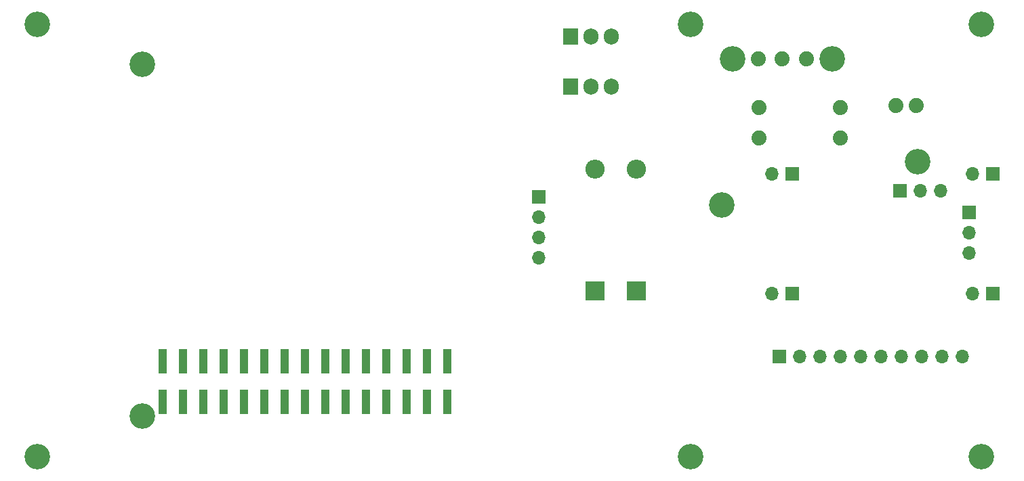
<source format=gbr>
G04 #@! TF.GenerationSoftware,KiCad,Pcbnew,5.99.0-unknown-da005bd2a6~101~ubuntu20.04.1*
G04 #@! TF.CreationDate,2021-02-28T21:29:47+09:00*
G04 #@! TF.ProjectId,M5_board_bGeigieRaku V1.9,4d355f62-6f61-4726-945f-624765696769,rev?*
G04 #@! TF.SameCoordinates,Original*
G04 #@! TF.FileFunction,Soldermask,Top*
G04 #@! TF.FilePolarity,Negative*
%FSLAX46Y46*%
G04 Gerber Fmt 4.6, Leading zero omitted, Abs format (unit mm)*
G04 Created by KiCad (PCBNEW 5.99.0-unknown-da005bd2a6~101~ubuntu20.04.1) date 2021-02-28 21:29:47*
%MOMM*%
%LPD*%
G01*
G04 APERTURE LIST*
%ADD10C,1.879600*%
%ADD11C,3.200000*%
%ADD12R,1.000000X3.150000*%
%ADD13R,1.700000X1.700000*%
%ADD14O,1.700000X1.700000*%
%ADD15C,3.203200*%
%ADD16R,2.400000X2.400000*%
%ADD17O,2.400000X2.400000*%
%ADD18R,1.905000X2.000000*%
%ADD19O,1.905000X2.000000*%
G04 APERTURE END LIST*
D10*
X180823000Y-82244000D03*
X190983000Y-82244000D03*
D11*
X90652600Y-125932000D03*
D12*
X141863000Y-113980000D03*
X141863000Y-119030000D03*
X139323000Y-113980000D03*
X139323000Y-119030000D03*
X136783000Y-113980000D03*
X136783000Y-119030000D03*
X134243000Y-113980000D03*
X134243000Y-119030000D03*
X131703000Y-113980000D03*
X131703000Y-119030000D03*
X129163000Y-113980000D03*
X129163000Y-119030000D03*
X126623000Y-113980000D03*
X126623000Y-119030000D03*
X124083000Y-113980000D03*
X124083000Y-119030000D03*
X121543000Y-113980000D03*
X121543000Y-119030000D03*
X119003000Y-113980000D03*
X119003000Y-119030000D03*
X116463000Y-113980000D03*
X116463000Y-119030000D03*
X113923000Y-113980000D03*
X113923000Y-119030000D03*
X111383000Y-113980000D03*
X111383000Y-119030000D03*
X108843000Y-113980000D03*
X108843000Y-119030000D03*
X106303000Y-113980000D03*
X106303000Y-119030000D03*
D13*
X210033000Y-105485000D03*
D14*
X207493000Y-105485000D03*
D13*
X153333000Y-93380000D03*
D14*
X153333000Y-95920000D03*
X153333000Y-98460000D03*
X153333000Y-101000000D03*
D10*
X186744000Y-76148000D03*
X183744000Y-76148000D03*
X180744000Y-76148000D03*
D15*
X189994000Y-76148000D03*
X177494000Y-76148000D03*
D10*
X200453000Y-82005000D03*
X197913000Y-82005000D03*
D11*
X200645000Y-88980000D03*
X176134000Y-94441000D03*
D13*
X210033000Y-90499000D03*
D14*
X207493000Y-90499000D03*
D13*
X183408000Y-113405000D03*
D14*
X185948000Y-113405000D03*
X188488000Y-113405000D03*
X191028000Y-113405000D03*
X193568000Y-113405000D03*
X196108000Y-113405000D03*
X198648000Y-113405000D03*
X201188000Y-113405000D03*
X203728000Y-113405000D03*
X206268000Y-113405000D03*
D11*
X103808000Y-76780000D03*
X172307600Y-71815500D03*
X103808000Y-120805000D03*
D10*
X190983000Y-86054000D03*
X180823000Y-86054000D03*
D13*
X207108000Y-95330000D03*
D14*
X207108000Y-97870000D03*
X207108000Y-100410000D03*
D16*
X165488000Y-105180000D03*
D17*
X165488000Y-89940000D03*
D11*
X208636000Y-71815500D03*
D13*
X185014000Y-90499000D03*
D14*
X182474000Y-90499000D03*
D13*
X185014000Y-105485000D03*
D14*
X182474000Y-105485000D03*
D11*
X90652600Y-71815500D03*
X172307600Y-125932000D03*
X208636000Y-125932000D03*
D16*
X160338000Y-105180000D03*
D17*
X160338000Y-89940000D03*
D13*
X198476000Y-92658000D03*
D14*
X201016000Y-92658000D03*
X203556000Y-92658000D03*
D18*
X157258000Y-73310000D03*
D19*
X159798000Y-73310000D03*
X162338000Y-73310000D03*
D18*
X157278000Y-79565000D03*
D19*
X159818000Y-79565000D03*
X162358000Y-79565000D03*
M02*

</source>
